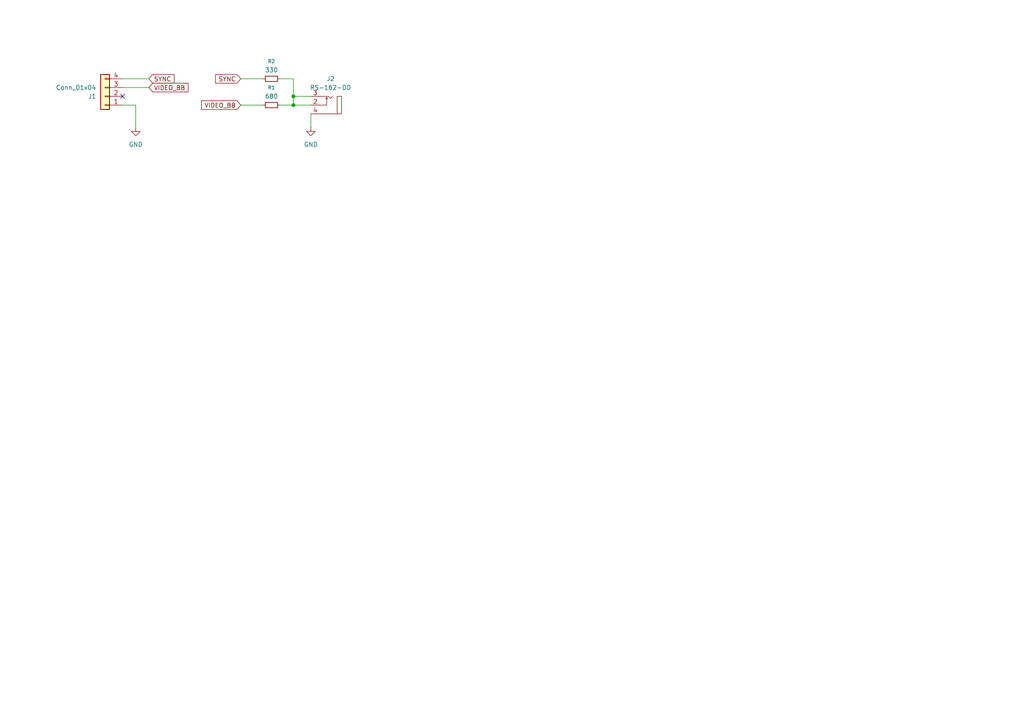
<source format=kicad_sch>
(kicad_sch (version 20250114) (generator "eeschema") (generator_version "9.0")
  (paper "A4")
  (lib_symbols
    (symbol "Connector_Generic:Conn_01x04" (pin_names (offset 1.016) (hide yes))
      (property "Reference" "J" (at 0 5.08 0))
      (property "Value" "Conn_01x04" (at 0 -7.62 0))
      (symbol "Conn_01x04_1_1"
        (rectangle (start -1.27 3.81) (end 1.27 -6.35) (stroke (width 0.254)) (fill (type background)))
        (rectangle (start -1.27 2.667) (end 0 2.413) (stroke (width 0.1524)))
        (rectangle (start -1.27 0.127) (end 0 -0.127) (stroke (width 0.1524)))
        (rectangle (start -1.27 -2.413) (end 0 -2.667) (stroke (width 0.1524)))
        (rectangle (start -1.27 -4.953) (end 0 -5.207) (stroke (width 0.1524)))
        (pin passive line (at -5.08 2.54 0) (length 3.81) (name "Pin_1") (number "1"))
        (pin passive line (at -5.08 0 0) (length 3.81) (name "Pin_2") (number "2"))
        (pin passive line (at -5.08 -2.54 0) (length 3.81) (name "Pin_3") (number "3"))
        (pin passive line (at -5.08 -5.08 0) (length 3.81) (name "Pin_4") (number "4"))
      )
    )
    (symbol "Device:R_Small" (pin_numbers (hide yes)) (pin_names (offset 0.254) (hide yes))
      (property "Reference" "R" (at 0 0 90))
      (property "Value" "R_Small" (at 1.778 0 90))
      (symbol "R_Small_0_1"
        (rectangle (start -0.762 1.778) (end 0.762 -1.778) (stroke (width 0.2032)))
      )
      (symbol "R_Small_1_1"
        (pin passive line (at 0 2.54 270) (length 0.762) (name "~") (number "1"))
        (pin passive line (at 0 -2.54 90) (length 0.762) (name "~") (number "2"))
      )
    )
    (symbol "power:GND" (power) (pin_numbers (hide yes)) (pin_names (offset 0) (hide yes))
      (property "Value" "GND" (at 0 -3.81 0))
      (symbol "GND_0_1"
        (polyline (pts (xy 0 0) (xy 0 -1.27) (xy 1.27 -1.27) (xy 0 -2.54) (xy -1.27 -1.27) (xy 0 -1.27)))
      )
      (symbol "GND_1_1"
        (pin power_in line (at 0 0 270) (length 0) (name "~") (number "1"))
      )
    )
    (symbol "rca:RS-162-DD"
      (property "Reference" "J" (at 0 8.89 0))
      (property "Value" "RS-162-DD" (at 0 6.35 0))
      (symbol "RS-162-DD_0_1"
        (polyline (pts (xy -3.81 2.54) (xy -3.175 1.905) (xy -2.54 2.54) (xy 0 2.54)) (stroke (width 0.1524)))
        (polyline (pts (xy -2.032 2.286) (xy -1.778 1.778)))
        (polyline (pts (xy 0 0) (xy -2.032 0) (xy -2.032 2.286) (xy -2.286 1.778)))
      )
      (symbol "RS-162-DD_1_1"
        (rectangle (start -6.35 2.54) (end -5.08 -2.54) (stroke (width 0.1524)))
        (polyline (pts (xy -5.08 -2.54) (xy 0 -2.54)))
        (pin passive line (at 2.54 2.54 180) (length 2.54) (name "") (number "3"))
        (pin passive line (at 2.54 0 180) (length 2.54) (name "") (number "2"))
        (pin passive line (at 2.54 -2.54 180) (length 2.54) (name "") (number "4"))
      )
    )
  )
  (junction (at 85.09 30.48))
  (junction (at 85.09 27.94))
  (no_connect (at 35.56 27.94))
  (wire (pts (xy 90.17 33.02) (xy 90.17 36.83)))
  (wire (pts (xy 85.09 27.94) (xy 90.17 27.94)))
  (wire (pts (xy 69.85 30.48) (xy 76.2 30.48)))
  (wire (pts (xy 85.09 27.94) (xy 85.09 22.86)))
  (wire (pts (xy 85.09 22.86) (xy 81.28 22.86)))
  (wire (pts (xy 43.18 22.86) (xy 35.56 22.86)))
  (wire (pts (xy 39.37 30.48) (xy 39.37 36.83)))
  (wire (pts (xy 69.85 22.86) (xy 76.2 22.86)))
  (wire (pts (xy 85.09 27.94) (xy 85.09 30.48)))
  (wire (pts (xy 39.37 30.48) (xy 35.56 30.48)))
  (wire (pts (xy 43.18 25.4) (xy 35.56 25.4)))
  (wire (pts (xy 81.28 30.48) (xy 85.09 30.48)))
  (wire (pts (xy 90.17 30.48) (xy 85.09 30.48)))
  (global_label "VIDEO_BB" (shape input) (at 69.85 30.48 180) (property "Intersheetrefs" "${INTERSHEET_REFS}" (effects (hide yes))))
  (global_label "SYNC" (shape input) (at 69.85 22.86 180) (property "Intersheetrefs" "${INTERSHEET_REFS}" (effects (hide yes))))
  (global_label "VIDEO_BB" (shape input) (at 43.18 25.4 0) (property "Intersheetrefs" "${INTERSHEET_REFS}" (effects (hide yes))))
  (global_label "SYNC" (shape input) (at 43.18 22.86 0) (property "Intersheetrefs" "${INTERSHEET_REFS}" (effects (hide yes))))
  (symbol (lib_id "Connector_Generic:Conn_01x04") (at 30.48 27.94 180) (unit 1)
    (property "Reference" "J1" (at 27.94 27.9401 0) (effects (justify left)))
    (property "Value" "Conn_01x04" (at 27.94 25.4001 0) (effects (justify left)))
    (property "Footprint" "Connector_PinHeader_2.54mm:PinHeader_1x04_P2.54mm_Vertical" (effects (hide yes)))
    (property "Description" "Generic connector, single row, 01x04, script generated (kicad-library-utils/schlib/autogen/connector/)" (effects (hide yes)))
  )
  (symbol (lib_id "rca:RS-162-DD") (at 92.71 30.48 0) (mirror y) (unit 1)
    (property "Reference" "J2" (at 95.885 22.86 0))
    (property "Value" "RS-162-DD" (at 95.885 25.4 0))
    (property "Footprint" "rca:RS-162-DD" (effects (hide yes)))
  )
  (symbol (lib_id "Device:R_Small") (at 78.74 30.48 90) (unit 1)
    (property "Reference" "R1" (at 78.74 25.4 90) (effects (font (size 1.016 1.016))))
    (property "Value" "680" (at 78.74 27.94 90))
    (property "Footprint" "Resistor_SMD:R_1206_3216Metric_Pad1.30x1.75mm_HandSolder" (effects (hide yes)))
    (property "Description" "Resistor, small symbol" (effects (hide yes)))
  )
  (symbol (lib_id "Device:R_Small") (at 78.74 22.86 90) (unit 1)
    (property "Reference" "R2" (at 78.74 17.78 90) (effects (font (size 1.016 1.016))))
    (property "Value" "330" (at 78.74 20.32 90))
    (property "Footprint" "Resistor_SMD:R_1206_3216Metric_Pad1.30x1.75mm_HandSolder" (effects (hide yes)))
    (property "Description" "Resistor, small symbol" (effects (hide yes)))
  )
  (symbol (lib_id "power:GND") (at 39.37 36.83 0) (unit 1)
    (property "Reference" "#PWR01" (effects (hide yes)))
    (property "Value" "GND" (at 39.37 41.91 0))
    (property "Description" "Power symbol creates a global label with name \"GND\" , ground" (effects (hide yes)))
  )
  (symbol (lib_id "power:GND") (at 90.17 36.83 0) (unit 1)
    (property "Reference" "#PWR010" (effects (hide yes)))
    (property "Value" "GND" (at 90.17 41.91 0))
    (property "Description" "Power symbol creates a global label with name \"GND\" , ground" (effects (hide yes)))
  )
)
</source>
